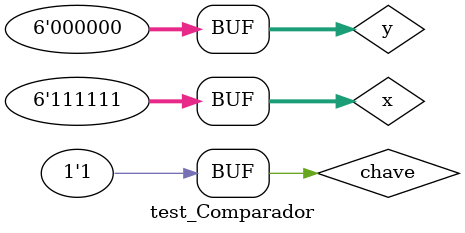
<source format=v>

module Comparador (
    input [5:0] a,   
    input [5:0] b,    
    input chave,      // chave para slecionar igualdade (chave=0) ou desigualdade (chave=1)
    output resultado  
);

    wire igualdade, desigualdade;

    // Comparacao bit a bit
    wire [5:0] xor_result;
    assign xor_result = a ^ b;  // XOR retorna 1 se for diferente

    assign igualdade = ~(|xor_result); //se for tudo 0, igualdade = 1

    assign desigualdade = |xor_result; // se houver algum 1, desigualdade = 1

    // Selecao entre igualdade ou desigualdade baseado na chave
    assign resultado = (chave) ? desigualdade : igualdade;

endmodule

//modulo de teste
module test_Comparador;

    // ------------------------- definir dados
    reg [5:0] x;
    reg [5:0] y;
    reg chave;
    wire resultado;
    //instanciar modulo
    Comparador comp (.a(x), .b(y), .chave(chave), .resultado(resultado));

    // ------------------------- parte principal
    initial begin
    $display("Guia_0806 - Rayssa Mell de Souza Silva - 860210");
    $display("Test LU's - Comparador de Igualdade/Desigualdade");
    $monitor("x = %b, y = %b, chave = %b, resultado = %b", x, y, chave, resultado);

    // Testes
    x = 6'b000000; y = 6'b000000; chave = 0; #10; // Igualdade
    #1 x = 6'b000001; y = 6'b000001; chave = 0; #10; // Igualdade
    #1 x = 6'b000001; y = 6'b000010; chave = 1; #10; // Desigualdade
    #1 x = 6'b111111; y = 6'b111111; chave = 0; #10; // Igualdade
    #1 x = 6'b111111; y = 6'b000000; chave = 1; #10; // Desigualdade

    end
endmodule

/* Registro de Resultado

Guia_0806 - Rayssa Mell de Souza Silva - 860210
Test LU's - Comparador de Igualdade/Desigualdade
x = 000000, y = 000000, chave = 0, resultado = 1
x = 000001, y = 000001, chave = 0, resultado = 1
x = 000001, y = 000010, chave = 1, resultado = 1
x = 111111, y = 111111, chave = 0, resultado = 1
x = 111111, y = 000000, chave = 1, resultado = 1

*/


</source>
